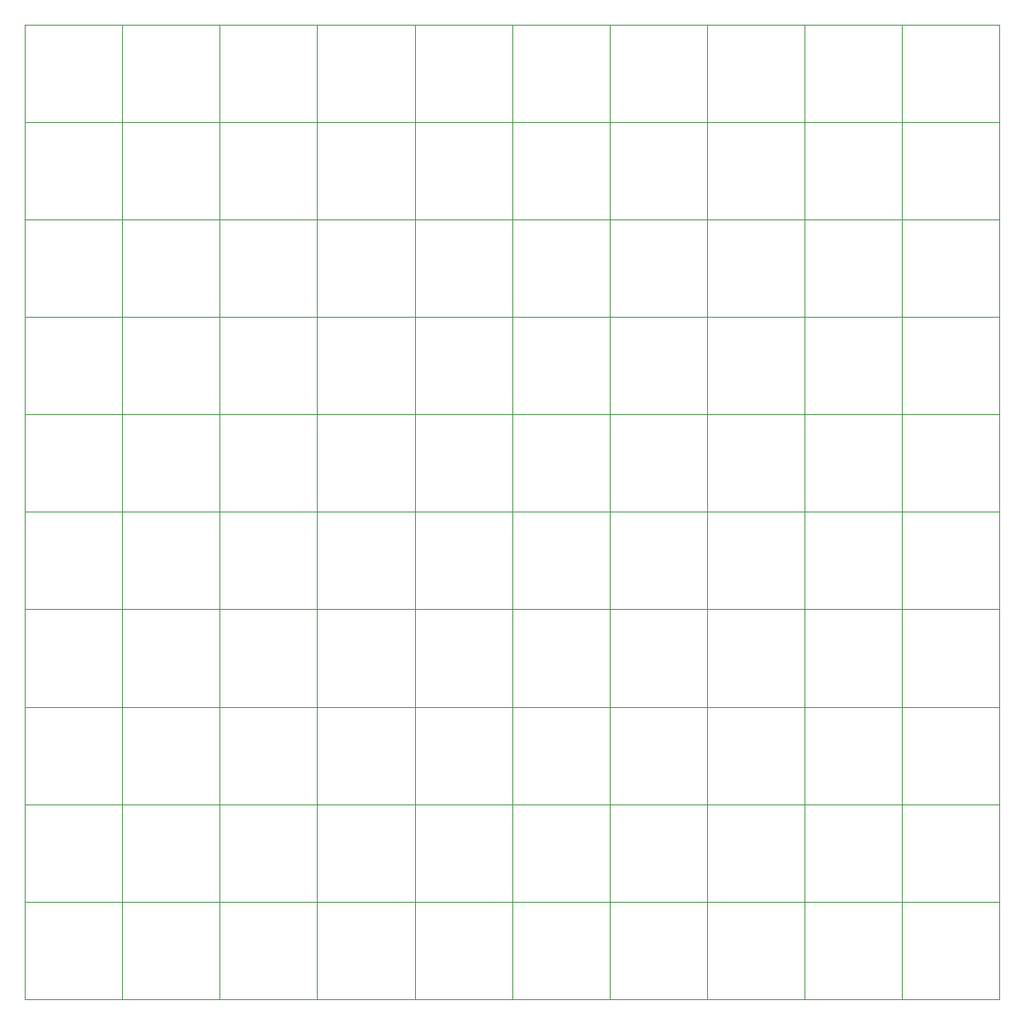
<source format=gbr>
%TF.GenerationSoftware,KiCad,Pcbnew,(6.0.7)*%
%TF.CreationDate,2022-09-25T18:43:39+08:00*%
%TF.ProjectId,WS2812bCricuitPanelization,57533238-3132-4624-9372-696375697450,rev?*%
%TF.SameCoordinates,Original*%
%TF.FileFunction,Profile,NP*%
%FSLAX46Y46*%
G04 Gerber Fmt 4.6, Leading zero omitted, Abs format (unit mm)*
G04 Created by KiCad (PCBNEW (6.0.7)) date 2022-09-25 18:43:39*
%MOMM*%
%LPD*%
G01*
G04 APERTURE LIST*
%TA.AperFunction,Profile*%
%ADD10C,0.100000*%
%TD*%
G04 APERTURE END LIST*
D10*
X194950000Y-152350000D02*
X204950000Y-152350000D01*
X204950000Y-152350000D02*
X204950000Y-162350000D01*
X204950000Y-162350000D02*
X194950000Y-162350000D01*
X194950000Y-162350000D02*
X194950000Y-152350000D01*
X184950000Y-152350000D02*
X194950000Y-152350000D01*
X194950000Y-152350000D02*
X194950000Y-162350000D01*
X194950000Y-162350000D02*
X184950000Y-162350000D01*
X184950000Y-162350000D02*
X184950000Y-152350000D01*
X174950000Y-152350000D02*
X184950000Y-152350000D01*
X184950000Y-152350000D02*
X184950000Y-162350000D01*
X184950000Y-162350000D02*
X174950000Y-162350000D01*
X174950000Y-162350000D02*
X174950000Y-152350000D01*
X164950000Y-152350000D02*
X174950000Y-152350000D01*
X174950000Y-152350000D02*
X174950000Y-162350000D01*
X174950000Y-162350000D02*
X164950000Y-162350000D01*
X164950000Y-162350000D02*
X164950000Y-152350000D01*
X154950000Y-152350000D02*
X164950000Y-152350000D01*
X164950000Y-152350000D02*
X164950000Y-162350000D01*
X164950000Y-162350000D02*
X154950000Y-162350000D01*
X154950000Y-162350000D02*
X154950000Y-152350000D01*
X144950000Y-152350000D02*
X154950000Y-152350000D01*
X154950000Y-152350000D02*
X154950000Y-162350000D01*
X154950000Y-162350000D02*
X144950000Y-162350000D01*
X144950000Y-162350000D02*
X144950000Y-152350000D01*
X134950000Y-152350000D02*
X144950000Y-152350000D01*
X144950000Y-152350000D02*
X144950000Y-162350000D01*
X144950000Y-162350000D02*
X134950000Y-162350000D01*
X134950000Y-162350000D02*
X134950000Y-152350000D01*
X124950000Y-152350000D02*
X134950000Y-152350000D01*
X134950000Y-152350000D02*
X134950000Y-162350000D01*
X134950000Y-162350000D02*
X124950000Y-162350000D01*
X124950000Y-162350000D02*
X124950000Y-152350000D01*
X114950000Y-152350000D02*
X124950000Y-152350000D01*
X124950000Y-152350000D02*
X124950000Y-162350000D01*
X124950000Y-162350000D02*
X114950000Y-162350000D01*
X114950000Y-162350000D02*
X114950000Y-152350000D01*
X104950000Y-152350000D02*
X114950000Y-152350000D01*
X114950000Y-152350000D02*
X114950000Y-162350000D01*
X114950000Y-162350000D02*
X104950000Y-162350000D01*
X104950000Y-162350000D02*
X104950000Y-152350000D01*
X194950000Y-142350000D02*
X204950000Y-142350000D01*
X204950000Y-142350000D02*
X204950000Y-152350000D01*
X204950000Y-152350000D02*
X194950000Y-152350000D01*
X194950000Y-152350000D02*
X194950000Y-142350000D01*
X184950000Y-142350000D02*
X194950000Y-142350000D01*
X194950000Y-142350000D02*
X194950000Y-152350000D01*
X194950000Y-152350000D02*
X184950000Y-152350000D01*
X184950000Y-152350000D02*
X184950000Y-142350000D01*
X174950000Y-142350000D02*
X184950000Y-142350000D01*
X184950000Y-142350000D02*
X184950000Y-152350000D01*
X184950000Y-152350000D02*
X174950000Y-152350000D01*
X174950000Y-152350000D02*
X174950000Y-142350000D01*
X164950000Y-142350000D02*
X174950000Y-142350000D01*
X174950000Y-142350000D02*
X174950000Y-152350000D01*
X174950000Y-152350000D02*
X164950000Y-152350000D01*
X164950000Y-152350000D02*
X164950000Y-142350000D01*
X154950000Y-142350000D02*
X164950000Y-142350000D01*
X164950000Y-142350000D02*
X164950000Y-152350000D01*
X164950000Y-152350000D02*
X154950000Y-152350000D01*
X154950000Y-152350000D02*
X154950000Y-142350000D01*
X144950000Y-142350000D02*
X154950000Y-142350000D01*
X154950000Y-142350000D02*
X154950000Y-152350000D01*
X154950000Y-152350000D02*
X144950000Y-152350000D01*
X144950000Y-152350000D02*
X144950000Y-142350000D01*
X134950000Y-142350000D02*
X144950000Y-142350000D01*
X144950000Y-142350000D02*
X144950000Y-152350000D01*
X144950000Y-152350000D02*
X134950000Y-152350000D01*
X134950000Y-152350000D02*
X134950000Y-142350000D01*
X124950000Y-142350000D02*
X134950000Y-142350000D01*
X134950000Y-142350000D02*
X134950000Y-152350000D01*
X134950000Y-152350000D02*
X124950000Y-152350000D01*
X124950000Y-152350000D02*
X124950000Y-142350000D01*
X114950000Y-142350000D02*
X124950000Y-142350000D01*
X124950000Y-142350000D02*
X124950000Y-152350000D01*
X124950000Y-152350000D02*
X114950000Y-152350000D01*
X114950000Y-152350000D02*
X114950000Y-142350000D01*
X104950000Y-142350000D02*
X114950000Y-142350000D01*
X114950000Y-142350000D02*
X114950000Y-152350000D01*
X114950000Y-152350000D02*
X104950000Y-152350000D01*
X104950000Y-152350000D02*
X104950000Y-142350000D01*
X194950000Y-132350000D02*
X204950000Y-132350000D01*
X204950000Y-132350000D02*
X204950000Y-142350000D01*
X204950000Y-142350000D02*
X194950000Y-142350000D01*
X194950000Y-142350000D02*
X194950000Y-132350000D01*
X184950000Y-132350000D02*
X194950000Y-132350000D01*
X194950000Y-132350000D02*
X194950000Y-142350000D01*
X194950000Y-142350000D02*
X184950000Y-142350000D01*
X184950000Y-142350000D02*
X184950000Y-132350000D01*
X174950000Y-132350000D02*
X184950000Y-132350000D01*
X184950000Y-132350000D02*
X184950000Y-142350000D01*
X184950000Y-142350000D02*
X174950000Y-142350000D01*
X174950000Y-142350000D02*
X174950000Y-132350000D01*
X164950000Y-132350000D02*
X174950000Y-132350000D01*
X174950000Y-132350000D02*
X174950000Y-142350000D01*
X174950000Y-142350000D02*
X164950000Y-142350000D01*
X164950000Y-142350000D02*
X164950000Y-132350000D01*
X154950000Y-132350000D02*
X164950000Y-132350000D01*
X164950000Y-132350000D02*
X164950000Y-142350000D01*
X164950000Y-142350000D02*
X154950000Y-142350000D01*
X154950000Y-142350000D02*
X154950000Y-132350000D01*
X144950000Y-132350000D02*
X154950000Y-132350000D01*
X154950000Y-132350000D02*
X154950000Y-142350000D01*
X154950000Y-142350000D02*
X144950000Y-142350000D01*
X144950000Y-142350000D02*
X144950000Y-132350000D01*
X134950000Y-132350000D02*
X144950000Y-132350000D01*
X144950000Y-132350000D02*
X144950000Y-142350000D01*
X144950000Y-142350000D02*
X134950000Y-142350000D01*
X134950000Y-142350000D02*
X134950000Y-132350000D01*
X124950000Y-132350000D02*
X134950000Y-132350000D01*
X134950000Y-132350000D02*
X134950000Y-142350000D01*
X134950000Y-142350000D02*
X124950000Y-142350000D01*
X124950000Y-142350000D02*
X124950000Y-132350000D01*
X114950000Y-132350000D02*
X124950000Y-132350000D01*
X124950000Y-132350000D02*
X124950000Y-142350000D01*
X124950000Y-142350000D02*
X114950000Y-142350000D01*
X114950000Y-142350000D02*
X114950000Y-132350000D01*
X104950000Y-132350000D02*
X114950000Y-132350000D01*
X114950000Y-132350000D02*
X114950000Y-142350000D01*
X114950000Y-142350000D02*
X104950000Y-142350000D01*
X104950000Y-142350000D02*
X104950000Y-132350000D01*
X194950000Y-122350000D02*
X204950000Y-122350000D01*
X204950000Y-122350000D02*
X204950000Y-132350000D01*
X204950000Y-132350000D02*
X194950000Y-132350000D01*
X194950000Y-132350000D02*
X194950000Y-122350000D01*
X184950000Y-122350000D02*
X194950000Y-122350000D01*
X194950000Y-122350000D02*
X194950000Y-132350000D01*
X194950000Y-132350000D02*
X184950000Y-132350000D01*
X184950000Y-132350000D02*
X184950000Y-122350000D01*
X174950000Y-122350000D02*
X184950000Y-122350000D01*
X184950000Y-122350000D02*
X184950000Y-132350000D01*
X184950000Y-132350000D02*
X174950000Y-132350000D01*
X174950000Y-132350000D02*
X174950000Y-122350000D01*
X164950000Y-122350000D02*
X174950000Y-122350000D01*
X174950000Y-122350000D02*
X174950000Y-132350000D01*
X174950000Y-132350000D02*
X164950000Y-132350000D01*
X164950000Y-132350000D02*
X164950000Y-122350000D01*
X154950000Y-122350000D02*
X164950000Y-122350000D01*
X164950000Y-122350000D02*
X164950000Y-132350000D01*
X164950000Y-132350000D02*
X154950000Y-132350000D01*
X154950000Y-132350000D02*
X154950000Y-122350000D01*
X144950000Y-122350000D02*
X154950000Y-122350000D01*
X154950000Y-122350000D02*
X154950000Y-132350000D01*
X154950000Y-132350000D02*
X144950000Y-132350000D01*
X144950000Y-132350000D02*
X144950000Y-122350000D01*
X134950000Y-122350000D02*
X144950000Y-122350000D01*
X144950000Y-122350000D02*
X144950000Y-132350000D01*
X144950000Y-132350000D02*
X134950000Y-132350000D01*
X134950000Y-132350000D02*
X134950000Y-122350000D01*
X124950000Y-122350000D02*
X134950000Y-122350000D01*
X134950000Y-122350000D02*
X134950000Y-132350000D01*
X134950000Y-132350000D02*
X124950000Y-132350000D01*
X124950000Y-132350000D02*
X124950000Y-122350000D01*
X114950000Y-122350000D02*
X124950000Y-122350000D01*
X124950000Y-122350000D02*
X124950000Y-132350000D01*
X124950000Y-132350000D02*
X114950000Y-132350000D01*
X114950000Y-132350000D02*
X114950000Y-122350000D01*
X104950000Y-122350000D02*
X114950000Y-122350000D01*
X114950000Y-122350000D02*
X114950000Y-132350000D01*
X114950000Y-132350000D02*
X104950000Y-132350000D01*
X104950000Y-132350000D02*
X104950000Y-122350000D01*
X194950000Y-112350000D02*
X204950000Y-112350000D01*
X204950000Y-112350000D02*
X204950000Y-122350000D01*
X204950000Y-122350000D02*
X194950000Y-122350000D01*
X194950000Y-122350000D02*
X194950000Y-112350000D01*
X184950000Y-112350000D02*
X194950000Y-112350000D01*
X194950000Y-112350000D02*
X194950000Y-122350000D01*
X194950000Y-122350000D02*
X184950000Y-122350000D01*
X184950000Y-122350000D02*
X184950000Y-112350000D01*
X174950000Y-112350000D02*
X184950000Y-112350000D01*
X184950000Y-112350000D02*
X184950000Y-122350000D01*
X184950000Y-122350000D02*
X174950000Y-122350000D01*
X174950000Y-122350000D02*
X174950000Y-112350000D01*
X164950000Y-112350000D02*
X174950000Y-112350000D01*
X174950000Y-112350000D02*
X174950000Y-122350000D01*
X174950000Y-122350000D02*
X164950000Y-122350000D01*
X164950000Y-122350000D02*
X164950000Y-112350000D01*
X154950000Y-112350000D02*
X164950000Y-112350000D01*
X164950000Y-112350000D02*
X164950000Y-122350000D01*
X164950000Y-122350000D02*
X154950000Y-122350000D01*
X154950000Y-122350000D02*
X154950000Y-112350000D01*
X144950000Y-112350000D02*
X154950000Y-112350000D01*
X154950000Y-112350000D02*
X154950000Y-122350000D01*
X154950000Y-122350000D02*
X144950000Y-122350000D01*
X144950000Y-122350000D02*
X144950000Y-112350000D01*
X134950000Y-112350000D02*
X144950000Y-112350000D01*
X144950000Y-112350000D02*
X144950000Y-122350000D01*
X144950000Y-122350000D02*
X134950000Y-122350000D01*
X134950000Y-122350000D02*
X134950000Y-112350000D01*
X124950000Y-112350000D02*
X134950000Y-112350000D01*
X134950000Y-112350000D02*
X134950000Y-122350000D01*
X134950000Y-122350000D02*
X124950000Y-122350000D01*
X124950000Y-122350000D02*
X124950000Y-112350000D01*
X114950000Y-112350000D02*
X124950000Y-112350000D01*
X124950000Y-112350000D02*
X124950000Y-122350000D01*
X124950000Y-122350000D02*
X114950000Y-122350000D01*
X114950000Y-122350000D02*
X114950000Y-112350000D01*
X104950000Y-112350000D02*
X114950000Y-112350000D01*
X114950000Y-112350000D02*
X114950000Y-122350000D01*
X114950000Y-122350000D02*
X104950000Y-122350000D01*
X104950000Y-122350000D02*
X104950000Y-112350000D01*
X194950000Y-102350000D02*
X204950000Y-102350000D01*
X204950000Y-102350000D02*
X204950000Y-112350000D01*
X204950000Y-112350000D02*
X194950000Y-112350000D01*
X194950000Y-112350000D02*
X194950000Y-102350000D01*
X184950000Y-102350000D02*
X194950000Y-102350000D01*
X194950000Y-102350000D02*
X194950000Y-112350000D01*
X194950000Y-112350000D02*
X184950000Y-112350000D01*
X184950000Y-112350000D02*
X184950000Y-102350000D01*
X174950000Y-102350000D02*
X184950000Y-102350000D01*
X184950000Y-102350000D02*
X184950000Y-112350000D01*
X184950000Y-112350000D02*
X174950000Y-112350000D01*
X174950000Y-112350000D02*
X174950000Y-102350000D01*
X164950000Y-102350000D02*
X174950000Y-102350000D01*
X174950000Y-102350000D02*
X174950000Y-112350000D01*
X174950000Y-112350000D02*
X164950000Y-112350000D01*
X164950000Y-112350000D02*
X164950000Y-102350000D01*
X154950000Y-102350000D02*
X164950000Y-102350000D01*
X164950000Y-102350000D02*
X164950000Y-112350000D01*
X164950000Y-112350000D02*
X154950000Y-112350000D01*
X154950000Y-112350000D02*
X154950000Y-102350000D01*
X144950000Y-102350000D02*
X154950000Y-102350000D01*
X154950000Y-102350000D02*
X154950000Y-112350000D01*
X154950000Y-112350000D02*
X144950000Y-112350000D01*
X144950000Y-112350000D02*
X144950000Y-102350000D01*
X134950000Y-102350000D02*
X144950000Y-102350000D01*
X144950000Y-102350000D02*
X144950000Y-112350000D01*
X144950000Y-112350000D02*
X134950000Y-112350000D01*
X134950000Y-112350000D02*
X134950000Y-102350000D01*
X124950000Y-102350000D02*
X134950000Y-102350000D01*
X134950000Y-102350000D02*
X134950000Y-112350000D01*
X134950000Y-112350000D02*
X124950000Y-112350000D01*
X124950000Y-112350000D02*
X124950000Y-102350000D01*
X114950000Y-102350000D02*
X124950000Y-102350000D01*
X124950000Y-102350000D02*
X124950000Y-112350000D01*
X124950000Y-112350000D02*
X114950000Y-112350000D01*
X114950000Y-112350000D02*
X114950000Y-102350000D01*
X104950000Y-102350000D02*
X114950000Y-102350000D01*
X114950000Y-102350000D02*
X114950000Y-112350000D01*
X114950000Y-112350000D02*
X104950000Y-112350000D01*
X104950000Y-112350000D02*
X104950000Y-102350000D01*
X194950000Y-92350000D02*
X204950000Y-92350000D01*
X204950000Y-92350000D02*
X204950000Y-102350000D01*
X204950000Y-102350000D02*
X194950000Y-102350000D01*
X194950000Y-102350000D02*
X194950000Y-92350000D01*
X184950000Y-92350000D02*
X194950000Y-92350000D01*
X194950000Y-92350000D02*
X194950000Y-102350000D01*
X194950000Y-102350000D02*
X184950000Y-102350000D01*
X184950000Y-102350000D02*
X184950000Y-92350000D01*
X174950000Y-92350000D02*
X184950000Y-92350000D01*
X184950000Y-92350000D02*
X184950000Y-102350000D01*
X184950000Y-102350000D02*
X174950000Y-102350000D01*
X174950000Y-102350000D02*
X174950000Y-92350000D01*
X164950000Y-92350000D02*
X174950000Y-92350000D01*
X174950000Y-92350000D02*
X174950000Y-102350000D01*
X174950000Y-102350000D02*
X164950000Y-102350000D01*
X164950000Y-102350000D02*
X164950000Y-92350000D01*
X154950000Y-92350000D02*
X164950000Y-92350000D01*
X164950000Y-92350000D02*
X164950000Y-102350000D01*
X164950000Y-102350000D02*
X154950000Y-102350000D01*
X154950000Y-102350000D02*
X154950000Y-92350000D01*
X144950000Y-92350000D02*
X154950000Y-92350000D01*
X154950000Y-92350000D02*
X154950000Y-102350000D01*
X154950000Y-102350000D02*
X144950000Y-102350000D01*
X144950000Y-102350000D02*
X144950000Y-92350000D01*
X134950000Y-92350000D02*
X144950000Y-92350000D01*
X144950000Y-92350000D02*
X144950000Y-102350000D01*
X144950000Y-102350000D02*
X134950000Y-102350000D01*
X134950000Y-102350000D02*
X134950000Y-92350000D01*
X124950000Y-92350000D02*
X134950000Y-92350000D01*
X134950000Y-92350000D02*
X134950000Y-102350000D01*
X134950000Y-102350000D02*
X124950000Y-102350000D01*
X124950000Y-102350000D02*
X124950000Y-92350000D01*
X114950000Y-92350000D02*
X124950000Y-92350000D01*
X124950000Y-92350000D02*
X124950000Y-102350000D01*
X124950000Y-102350000D02*
X114950000Y-102350000D01*
X114950000Y-102350000D02*
X114950000Y-92350000D01*
X104950000Y-92350000D02*
X114950000Y-92350000D01*
X114950000Y-92350000D02*
X114950000Y-102350000D01*
X114950000Y-102350000D02*
X104950000Y-102350000D01*
X104950000Y-102350000D02*
X104950000Y-92350000D01*
X194950000Y-82350000D02*
X204950000Y-82350000D01*
X204950000Y-82350000D02*
X204950000Y-92350000D01*
X204950000Y-92350000D02*
X194950000Y-92350000D01*
X194950000Y-92350000D02*
X194950000Y-82350000D01*
X184950000Y-82350000D02*
X194950000Y-82350000D01*
X194950000Y-82350000D02*
X194950000Y-92350000D01*
X194950000Y-92350000D02*
X184950000Y-92350000D01*
X184950000Y-92350000D02*
X184950000Y-82350000D01*
X174950000Y-82350000D02*
X184950000Y-82350000D01*
X184950000Y-82350000D02*
X184950000Y-92350000D01*
X184950000Y-92350000D02*
X174950000Y-92350000D01*
X174950000Y-92350000D02*
X174950000Y-82350000D01*
X164950000Y-82350000D02*
X174950000Y-82350000D01*
X174950000Y-82350000D02*
X174950000Y-92350000D01*
X174950000Y-92350000D02*
X164950000Y-92350000D01*
X164950000Y-92350000D02*
X164950000Y-82350000D01*
X154950000Y-82350000D02*
X164950000Y-82350000D01*
X164950000Y-82350000D02*
X164950000Y-92350000D01*
X164950000Y-92350000D02*
X154950000Y-92350000D01*
X154950000Y-92350000D02*
X154950000Y-82350000D01*
X144950000Y-82350000D02*
X154950000Y-82350000D01*
X154950000Y-82350000D02*
X154950000Y-92350000D01*
X154950000Y-92350000D02*
X144950000Y-92350000D01*
X144950000Y-92350000D02*
X144950000Y-82350000D01*
X134950000Y-82350000D02*
X144950000Y-82350000D01*
X144950000Y-82350000D02*
X144950000Y-92350000D01*
X144950000Y-92350000D02*
X134950000Y-92350000D01*
X134950000Y-92350000D02*
X134950000Y-82350000D01*
X124950000Y-82350000D02*
X134950000Y-82350000D01*
X134950000Y-82350000D02*
X134950000Y-92350000D01*
X134950000Y-92350000D02*
X124950000Y-92350000D01*
X124950000Y-92350000D02*
X124950000Y-82350000D01*
X114950000Y-82350000D02*
X124950000Y-82350000D01*
X124950000Y-82350000D02*
X124950000Y-92350000D01*
X124950000Y-92350000D02*
X114950000Y-92350000D01*
X114950000Y-92350000D02*
X114950000Y-82350000D01*
X104950000Y-82350000D02*
X114950000Y-82350000D01*
X114950000Y-82350000D02*
X114950000Y-92350000D01*
X114950000Y-92350000D02*
X104950000Y-92350000D01*
X104950000Y-92350000D02*
X104950000Y-82350000D01*
X194950000Y-72350000D02*
X204950000Y-72350000D01*
X204950000Y-72350000D02*
X204950000Y-82350000D01*
X204950000Y-82350000D02*
X194950000Y-82350000D01*
X194950000Y-82350000D02*
X194950000Y-72350000D01*
X184950000Y-72350000D02*
X194950000Y-72350000D01*
X194950000Y-72350000D02*
X194950000Y-82350000D01*
X194950000Y-82350000D02*
X184950000Y-82350000D01*
X184950000Y-82350000D02*
X184950000Y-72350000D01*
X174950000Y-72350000D02*
X184950000Y-72350000D01*
X184950000Y-72350000D02*
X184950000Y-82350000D01*
X184950000Y-82350000D02*
X174950000Y-82350000D01*
X174950000Y-82350000D02*
X174950000Y-72350000D01*
X164950000Y-72350000D02*
X174950000Y-72350000D01*
X174950000Y-72350000D02*
X174950000Y-82350000D01*
X174950000Y-82350000D02*
X164950000Y-82350000D01*
X164950000Y-82350000D02*
X164950000Y-72350000D01*
X154950000Y-72350000D02*
X164950000Y-72350000D01*
X164950000Y-72350000D02*
X164950000Y-82350000D01*
X164950000Y-82350000D02*
X154950000Y-82350000D01*
X154950000Y-82350000D02*
X154950000Y-72350000D01*
X144950000Y-72350000D02*
X154950000Y-72350000D01*
X154950000Y-72350000D02*
X154950000Y-82350000D01*
X154950000Y-82350000D02*
X144950000Y-82350000D01*
X144950000Y-82350000D02*
X144950000Y-72350000D01*
X134950000Y-72350000D02*
X144950000Y-72350000D01*
X144950000Y-72350000D02*
X144950000Y-82350000D01*
X144950000Y-82350000D02*
X134950000Y-82350000D01*
X134950000Y-82350000D02*
X134950000Y-72350000D01*
X124950000Y-72350000D02*
X134950000Y-72350000D01*
X134950000Y-72350000D02*
X134950000Y-82350000D01*
X134950000Y-82350000D02*
X124950000Y-82350000D01*
X124950000Y-82350000D02*
X124950000Y-72350000D01*
X114950000Y-72350000D02*
X124950000Y-72350000D01*
X124950000Y-72350000D02*
X124950000Y-82350000D01*
X124950000Y-82350000D02*
X114950000Y-82350000D01*
X114950000Y-82350000D02*
X114950000Y-72350000D01*
X104950000Y-72350000D02*
X114950000Y-72350000D01*
X114950000Y-72350000D02*
X114950000Y-82350000D01*
X114950000Y-82350000D02*
X104950000Y-82350000D01*
X104950000Y-82350000D02*
X104950000Y-72350000D01*
X194950000Y-62350000D02*
X204950000Y-62350000D01*
X204950000Y-62350000D02*
X204950000Y-72350000D01*
X204950000Y-72350000D02*
X194950000Y-72350000D01*
X194950000Y-72350000D02*
X194950000Y-62350000D01*
X184950000Y-62350000D02*
X194950000Y-62350000D01*
X194950000Y-62350000D02*
X194950000Y-72350000D01*
X194950000Y-72350000D02*
X184950000Y-72350000D01*
X184950000Y-72350000D02*
X184950000Y-62350000D01*
X174950000Y-62350000D02*
X184950000Y-62350000D01*
X184950000Y-62350000D02*
X184950000Y-72350000D01*
X184950000Y-72350000D02*
X174950000Y-72350000D01*
X174950000Y-72350000D02*
X174950000Y-62350000D01*
X164950000Y-62350000D02*
X174950000Y-62350000D01*
X174950000Y-62350000D02*
X174950000Y-72350000D01*
X174950000Y-72350000D02*
X164950000Y-72350000D01*
X164950000Y-72350000D02*
X164950000Y-62350000D01*
X154950000Y-62350000D02*
X164950000Y-62350000D01*
X164950000Y-62350000D02*
X164950000Y-72350000D01*
X164950000Y-72350000D02*
X154950000Y-72350000D01*
X154950000Y-72350000D02*
X154950000Y-62350000D01*
X144950000Y-62350000D02*
X154950000Y-62350000D01*
X154950000Y-62350000D02*
X154950000Y-72350000D01*
X154950000Y-72350000D02*
X144950000Y-72350000D01*
X144950000Y-72350000D02*
X144950000Y-62350000D01*
X134950000Y-62350000D02*
X144950000Y-62350000D01*
X144950000Y-62350000D02*
X144950000Y-72350000D01*
X144950000Y-72350000D02*
X134950000Y-72350000D01*
X134950000Y-72350000D02*
X134950000Y-62350000D01*
X124950000Y-62350000D02*
X134950000Y-62350000D01*
X134950000Y-62350000D02*
X134950000Y-72350000D01*
X134950000Y-72350000D02*
X124950000Y-72350000D01*
X124950000Y-72350000D02*
X124950000Y-62350000D01*
X114950000Y-62350000D02*
X124950000Y-62350000D01*
X124950000Y-62350000D02*
X124950000Y-72350000D01*
X124950000Y-72350000D02*
X114950000Y-72350000D01*
X114950000Y-72350000D02*
X114950000Y-62350000D01*
X104950000Y-62350000D02*
X114950000Y-62350000D01*
X114950000Y-62350000D02*
X114950000Y-72350000D01*
X114950000Y-72350000D02*
X104950000Y-72350000D01*
X104950000Y-72350000D02*
X104950000Y-62350000D01*
M02*

</source>
